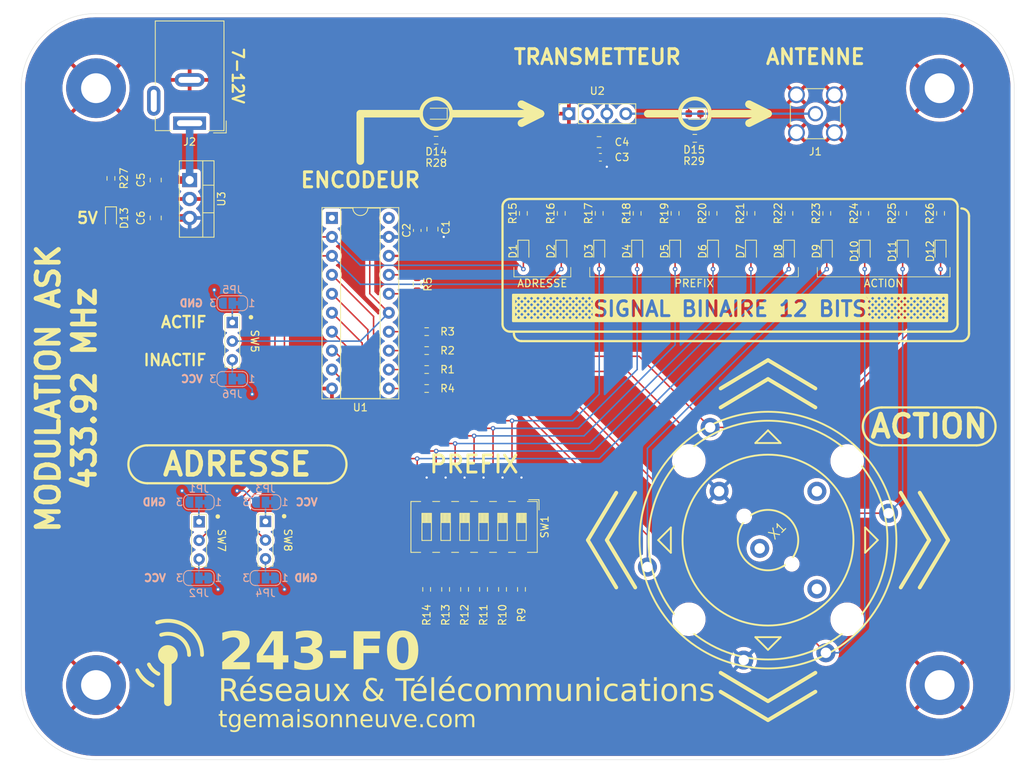
<source format=kicad_pcb>
(kicad_pcb (version 20240108) (generator "pcbnew") (generator_version "8.0")
  (layers (0 "F.Cu" signal) (31 "B.Cu" signal) (34 "B.Paste" user) (35 "F.Paste" user) (36 "B.SilkS" user "B.Silkscreen") (37 "F.SilkS" user "F.Silkscreen") (38 "B.Mask" user) (39 "F.Mask" user) (44 "Edge.Cuts" user))
  (net 0 "")
  (net 1 "GND")
  (net 2 "VCC")
  (net 3 "/A0")
  (net 4 "Net-(D1-K)")
  (net 5 "Net-(D2-K)")
  (net 6 "/A1")
  (net 7 "/A2")
  (net 8 "Net-(D3-K)")
  (net 9 "Net-(D4-K)")
  (net 10 "/A3")
  (net 11 "/A4")
  (net 12 "Net-(D5-K)")
  (net 13 "Net-(D6-K)")
  (net 14 "/A5")
  (net 15 "Net-(D7-K)")
  (net 16 "/A6")
  (net 17 "Net-(D8-K)")
  (net 18 "/A7")
  (net 19 "Net-(D9-K)")
  (net 20 "/D0")
  (net 21 "/D1")
  (net 22 "Net-(D10-K)")
  (net 23 "/D2")
  (net 24 "Net-(D11-K)")
  (net 25 "Net-(D12-K)")
  (net 26 "/D3")
  (net 27 "Net-(J1-In)")
  (net 28 "Net-(U1-OSC1)")
  (net 29 "Net-(U1-OSC2)")
  (net 31 "/DOUT")
  (net 33 "Net-(U3-VI)")
  (net 34 "Net-(D13-K)")
  (net 35 "Net-(D14-K)")
  (net 36 "/~{TE}")
  (net 37 "Net-(D15-K)")
  (net 41 "Net-(JP1-C)")
  (net 42 "Net-(JP2-C)")
  (net 43 "Net-(JP3-C)")
  (net 44 "Net-(JP4-C)")
  (net 45 "Net-(JP5-C)")
  (net 46 "Net-(JP6-C)")
  (footprint "Resistor_SMD:R_0603_1608Metric_Pad0.98x0.95mm_HandSolder" (layer "F.Cu") (at 209.804 71.7785 90)
    (property "Reference" "R22")
    (property "Value" "330")
  )
  (footprint "Resistor_SMD:R_0603_1608Metric_Pad0.98x0.95mm_HandSolder" (layer "F.Cu") (at 161.29 122.174 90)
    (property "Reference" "R14")
    (property "Value" "10k")
  )
  (footprint "Resistor_SMD:R_0603_1608Metric_Pad0.98x0.95mm_HandSolder" (layer "F.Cu") (at 194.564 71.7785 90)
    (property "Reference" "R19")
    (property "Value" "330")
  )
  (footprint "Resistor_SMD:R_0603_1608Metric_Pad0.98x0.95mm_HandSolder" (layer "F.Cu") (at 160.02 81.28 -90)
    (property "Reference" "R5")
    (property "Value" "1.1M")
  )
  (footprint "Resistor_SMD:R_0603_1608Metric_Pad0.98x0.95mm_HandSolder" (layer "F.Cu") (at 162.56 61.976 180)
    (property "Reference" "R28")
    (property "Value" "330")
  )
  (footprint "LED_SMD:LED_0603_1608Metric" (layer "F.Cu") (at 184.404 76.8585 -90)
    (property "Reference" "D3")
    (property "Value" "LED")
  )
  (footprint "Resistor_SMD:R_0603_1608Metric_Pad0.98x0.95mm_HandSolder" (layer "F.Cu") (at 166.37 122.174 90)
    (property "Reference" "R12")
    (property "Value" "10k")
  )
  (footprint "Resistor_SMD:R_0603_1608Metric_Pad0.98x0.95mm_HandSolder" (layer "F.Cu") (at 219.964 71.7785 90)
    (property "Reference" "R24")
    (property "Value" "330")
  )
  (footprint "LED_SMD:LED_0603_1608Metric" (layer "F.Cu") (at 162.56 58.42 180)
    (property "Reference" "D14")
    (property "Value" "LED")
  )
  (footprint "Button_Switch_SMD:SW_DIP_SPSTx06_Slide_6.7x16.8mm_W8.61mm_P2.54mm_LowProfile" (layer "F.Cu") (at 167.64 113.805 -90)
    (property "Reference" "SW1")
    (property "Value" "SW_DIP_x06")
  )
  (footprint "Resistor_SMD:R_0603_1608Metric_Pad0.98x0.95mm_HandSolder" (layer "F.Cu") (at 197.2075 61.722 180)
    (property "Reference" "R29")
    (property "Value" "330")
  )
  (footprint "Connector_PinSocket_2.54mm:PinSocket_1x04_P2.54mm_Vertical" (layer "F.Cu") (at 180.34 58.42 90)
    (property "Reference" "U2")
    (property "Value" "TLP-434")
  )
  (footprint "Resistor_SMD:R_0603_1608Metric_Pad0.98x0.95mm_HandSolder" (layer "F.Cu") (at 199.644 71.7785 90)
    (property "Reference" "R20")
    (property "Value" "330")
  )
  (footprint "Resistor_SMD:R_0603_1608Metric_Pad0.98x0.95mm_HandSolder" (layer "F.Cu") (at 174.244 71.7785 90)
    (property "Reference" "R15")
    (property "Value" "330")
  )
  (footprint "Library:ENCODER_ANO" (layer "F.Cu") (at 207.01 115.57 45)
    (property "Reference" "X1")
    (property "Value" "ENCODER_ANO")
  )
  (footprint "LED_SMD:LED_0603_1608Metric" (layer "F.Cu") (at 214.884 76.8585 -90)
    (property "Reference" "D9")
    (property "Value" "LED")
  )
  (footprint "Resistor_SMD:R_0603_1608Metric_Pad0.98x0.95mm_HandSolder" (layer "F.Cu") (at 204.724 71.7785 90)
    (property "Reference" "R21")
    (property "Value" "330")
  )
  (footprint "Resistor_SMD:R_0603_1608Metric_Pad0.98x0.95mm_HandSolder" (layer "F.Cu") (at 225.044 71.7785 90)
    (property "Reference" "R25")
    (property "Value" "330")
  )
  (footprint "Resistor_SMD:R_0603_1608Metric_Pad0.98x0.95mm_HandSolder" (layer "F.Cu") (at 161.29 95.25)
    (property "Reference" "R4")
    (property "Value" "10k")
  )
  (footprint "MountingHole:MountingHole_4mm_Pad" (layer "F.Cu") (at 117 55)
    (property "Reference" "H1" (hide yes))
    (property "Value" "MountingHole_Pad")
  )
  (footprint "Resistor_SMD:R_0603_1608Metric_Pad0.98x0.95mm_HandSolder" (layer "F.Cu") (at 184.404 71.7785 90)
    (property "Reference" "R17")
    (property "Value" "330")
  )
  (footprint "LED_SMD:LED_0603_1608Metric" (layer "F.Cu") (at 189.484 76.8585 -90)
    (property "Reference" "D4")
    (property "Value" "LED")
  )
  (footprint "Capacitor_SMD:C_0603_1608Metric_Pad1.08x0.95mm_HandSolder" (layer "F.Cu") (at 184.5575 64.262 180)
    (property "Reference" "C3")
    (property "Value" "100n")
  )
  (footprint "Resistor_SMD:R_0603_1608Metric_Pad0.98x0.95mm_HandSolder" (layer "F.Cu") (at 119 67.0875 90)
    (property "Reference" "R27")
    (property "Value" "330")
  )
  (footprint "LED_SMD:LED_0603_1608Metric" (layer "F.Cu") (at 179.324 76.8585 -90)
    (property "Reference" "D2")
    (property "Value" "LED")
  )
  (footprint "Library:EG1218" (layer "F.Cu") (at 135.255 88.9 -90)
    (property "Reference" "SW5")
    (property "Value" "SW_SPDT")
  )
  (footprint "Resistor_SMD:R_0603_1608Metric_Pad0.98x0.95mm_HandSolder" (layer "F.Cu") (at 161.29 87.63)
    (property "Reference" "R3")
    (property "Value" "10k")
  )
  (footprint "Package_DIP:DIP-20_W7.62mm_Socket" (layer "F.Cu") (at 148.6 72.395)
    (property "Reference" "U1")
    (property "Value" "HT12E")
  )
  (footprint "Library:EG1218" (layer "F.Cu") (at 139.7 115.57 -90)
    (property "Reference" "SW8")
    (property "Value" "SW_SPDT")
  )
  (footprint "LED_SMD:LED_0603_1608Metric" (layer "F.Cu") (at 174.244 76.8585 -90)
    (property "Reference" "D1")
    (property "Value" "LED")
  )
  (footprint "Resistor_SMD:R_0603_1608Metric_Pad0.98x0.95mm_HandSolder" (layer "F.Cu") (at 179.324 71.7785 90)
    (property "Reference" "R16")
    (property "Value" "330")
  )
  (footprint "Resistor_SMD:R_0603_1608Metric_Pad0.98x0.95mm_HandSolder" (layer "F.Cu") (at 168.91 122.174 90)
    (property "Reference" "R11")
    (property "Value" "10k")
  )
  (footprint "Connector_BarrelJack:BarrelJack_Wuerth_6941xx301002" (layer "F.Cu") (at 129.54 59.69 180)
    (property "Reference" "J2")
    (property "Value" "Jack-DC")
  )
  (footprint "Capacitor_SMD:C_0805_2012Metric_Pad1.18x1.45mm_HandSolder" (layer "F.Cu") (at 162.062 73.8925 90)
    (property "Reference" "C1")
    (property "Value" "10u")
  )
  (footprint "LED_SMD:LED_0603_1608Metric" (layer "F.Cu") (at 225.044 76.8585 -90)
    (property "Reference" "D11")
    (property "Value" "LED")
  )
  (footprint "Resistor_SMD:R_0603_1608Metric_Pad0.98x0.95mm_HandSolder" (layer "F.Cu") (at 161.29 90.17)
    (property "Reference" "R2")
    (property "Value" "10k")
  )
  (footprint "Capacitor_SMD:C_0805_2012Metric_Pad1.18x1.45mm_HandSolder" (layer "F.Cu") (at 125 72.39 90)
    (property "Reference" "C6")
    (property "Value" "10u")
  )
  (footprint "LED_SMD:LED_0603_1608Metric" (layer "F.Cu") (at 219.964 76.8585 -90)
    (property "Reference" "D10")
    (property "Value" "LED")
  )
  (footprint "Resistor_SMD:R_0603_1608Metric_Pad0.98x0.95mm_HandSolder" (layer "F.Cu") (at 161.29 92.71)
    (property "Reference" "R1")
    (property "Value" "10k")
  )
  (footprint "MountingHole:MountingHole_4mm_Pad" (layer "F.Cu") (at 230 55)
    (property "Reference" "H2" (hide yes))
    (property "Value" "MountingHole_Pad")
  )
  (footprint "Capacitor_SMD:C_0805_2012Metric_Pad1.18x1.45mm_HandSolder" (layer "F.Cu") (at 184.3825 62.23 180)
    (property "Reference" "C4")
    (property "Value" "10u")
  )
  (footprint "Resistor_SMD:R_0603_1608Metric_Pad0.98x0.95mm_HandSolder" (layer "F.Cu") (at 214.884 71.7785 90)
    (property "Reference" "R23")
    (property "Value" "330")
  )
  (footprint "Resistor_SMD:R_0603_1608Metric_Pad0.98x0.95mm_HandSolder" (layer "F.Cu") (at 171.45 122.174 90)
    (property "Reference" "R10")
    (property "Value" "10k")
  )
  (footprint "LED_SMD:LED_0603_1608Metric" (layer "F.Cu") (at 204.724 76.8585 -90)
    (property "Reference" "D7")
    (property "Value" "LED")
  )
  (footprint "MountingHole:MountingHole_4mm_Pad" (layer "F.Cu") (at 117 135)
    (property "Reference" "H4" (hide yes))
    (property "Value" "MountingHole_Pad")
  )
  (footprint "LED_SMD:LED_0603_1608Metric" (layer "F.Cu") (at 194.564 76.8585 -90)
    (property "Reference" "D5")
    (property "Value" "LED")
  )
  (footprint "Capacitor_SMD:C_0603_1608Metric_Pad1.08x0.95mm_HandSolder" (layer "F.Cu") (at 160.03 74.0675 90)
    (property "Reference" "C2")
    (property "Value" "100n")
  )
  (footprint "LED_SMD:LED_0603_1608Metric" (layer "F.Cu") (at 199.644 76.8585 -90)
    (property "Reference" "D6")
    (property "Value" "LED")
  )
  (footprint "Connector_Coaxial:SMA_Amphenol_901-144_Vertical" (layer "F.Cu") (at 213.36 58.42)
    (property "Reference" "J1")
    (property "Value" "Conn_Coaxial")
  )
  (footprint "LED_SMD:LED_0603_1608Metric" (layer "F.Cu") (at 197.182 58.42 180)
    (property "Reference" "D15")
    (property "Value" "LED")
  )
  (footprint "Resistor_SMD:R_0603_1608Metric_Pad0.98x0.95mm_HandSolder" (layer "F.Cu") (at 163.83 122.174 90)
    (property "Reference" "R13")
    (property "Value" "10k")
  )
  (footprint "MountingHole:MountingHole_4mm_Pad" (layer "F.Cu") (at 230 135)
    (property "Reference" "H3" (hide yes))
    (property "Value" "MountingHole_Pad")
  )
  (footprint "LED_SMD:LED_0603_1608Metric" (layer "F.Cu") (at 119 72.39 -90)
    (property "Reference" "D13")
    (property "Value" "LED")
  )
  (footprint "Capacitor_SMD:C_0805_2012Metric_Pad1.18x1.45mm_HandSolder" (layer "F.Cu") (at 125 67.31 -90)
    (property "Reference" "C5")
    (property "Value" "10u")
  )
  (footprint "LED_SMD:LED_0603_1608Metric" (layer "F.Cu") (at 230.124 76.8585 -90)
    (property "Reference" "D12")
    (property "Value" "LED")
  )
  (footprint "Resistor_SMD:R_0603_1608Metric_Pad0.98x0.95mm_HandSolder" (layer "F.Cu") (at 230.124 71.7785 90)
    (property "Reference" "R26")
    (property "Value" "330")
  )
  (footprint "Resistor_SMD:R_0603_1608Metric_Pad0.98x0.95mm_HandSolder" (layer "F.Cu") (at 189.484 71.7785 90)
    (property "Reference" "R18")
    (property "Value" "330")
  )
  (footprint "Resistor_SMD:R_0603_1608Metric_Pad0.98x0.95mm_HandSolder" (layer "F.Cu") (at 173.99 122.174 90)
    (property "Reference" "R9")
    (property "Value" "10k")
  )
  (footprint "Library:EG1218" (layer "F.Cu") (at 130.81 115.61 -90)
    (property "Reference" "SW7")
    (property "Value" "SW_SPDT")
  )
  (footprint "Package_TO_SOT_THT:TO-220-3_Vertical" (layer "F.Cu") (at 129.54 67.31 -90)
    (property "Reference" "U3")
    (property "Value" "LM7805_TO220")
  )
  (footprint "LED_SMD:LED_0603_1608Metric" (layer "F.Cu") (at 209.804 76.8585 -90)
    (property "Reference" "D8")
    (property "Value" "LED")
  )
  (footprint "Jumper:SolderJumper-3_P1.3mm_Bridged12_RoundedPad1.0x1.5mm_NumberLabels" (layer "B.Cu") (at 135.255 83.82 180)
    (property "Reference" "JP5")
    (property "Value" "SolderJumper_3_Bridged12")
  )
  (footprint "Jumper:SolderJumper-3_P1.3mm_Bridged12_RoundedPad1.0x1.5mm_NumberLabels" (layer "B.Cu") (at 139.7 120.65 180)
    (property "Reference" "JP4")
    (property "Value" "SolderJumper_3_Bridged12")
  )
  (footprint "Jumper:SolderJumper-3_P1.3mm_Bridged12_RoundedPad1.0x1.5mm_NumberLabels" (layer "B.Cu") (at 135.255 93.98 180)
    (property "Reference" "JP6")
    (property "Value" "SolderJumper_3_Bridged12")
  )
  (footprint "Jumper:SolderJumper-3_P1.3mm_Bridged12_RoundedPad1.0x1.5mm_NumberLabels" (layer "B.Cu") (at 139.7 110.49 180)
    (property "Reference" "JP3")
    (property "Value" "SolderJumper_3_Bridged12")
  )
  (footprint "Jumper:SolderJumper-3_P1.3mm_Bridged12_RoundedPad1.0x1.5mm_NumberLabels" (layer "B.Cu") (at 130.78 120.65 180)
    (property "Reference" "JP2")
    (property "Value" "SolderJumper_3_Bridged12")
  )
  (footprint "Jumper:SolderJumper-3_P1.3mm_Bridged12_RoundedPad1.0x1.5mm_NumberLabels" (layer "B.Cu") (at 130.78 110.49 180)
    (property "Reference" "JP1")
    (property "Value" "SolderJumper_3_Bridged12")
  )
  (gr_arc (start 171.45 70.866) (mid 171.74758 70.14758) (end 172.466 69.85) (stroke (width 0.3048)) (layer "F.SilkS"))
  (gr_line (start 126.628026 130.964076) (end 126.628026 137.314076) (stroke (width 1.016)) (layer "F.SilkS"))
  (gr_arc (start 234.95 97.79) (mid 237.49 100.33) (end 234.95 102.87) (stroke (width 0.3048)) (layer "F.SilkS"))
  (gr_line (start 185.42 115.57) (end 189.23 121.92) (stroke (width 0.508)) (layer "F.SilkS"))
  (gr_line (start 182.88 115.57) (end 186.69 121.92) (stroke (width 0.508)) (layer "F.SilkS"))
  (gr_line (start 190.8965 58.42) (end 194.818 58.42) (stroke (width 1.016)) (layer "F.SilkS"))
  (gr_arc (start 172.466 87.63) (mid 171.74758 87.33242) (end 171.45 86.614) (stroke (width 0.3048)) (layer "F.SilkS"))
  (gr_arc (start 123.88 107.95) (mid 121.34 105.41) (end 123.88 102.87) (stroke (width 0.3048)) (layer "F.SilkS"))
  (gr_line (start 207.01 93.98) (end 200.66 97.79) (stroke (width 0.508)) (layer "F.SilkS"))
  (gr_arc (start 232.918 71.12) (mid 233.63642 71.41758) (end 233.934 72.136) (stroke (width 0.3048)) (layer "F.SilkS"))
  (gr_arc (start 222.25 102.87) (mid 219.71 100.33) (end 222.25 97.79) (stroke (width 0.3048)) (layer "F.SilkS"))
  (gr_line (start 224.79 121.92) (end 228.6 115.57) (stroke (width 0.508)) (layer "F.SilkS"))
  (gr_line (start 164.846 58.42) (end 176.53 58.42) (stroke (width 1.016)) (layer "F.SilkS"))
  (gr_line (start 213.614 80.2875) (end 213.614 79.0175) (stroke (width 0.1)) (layer "F.SilkS"))
  (gr_arc (start 125.73 128.27) (mid 128.288489 128.660306) (end 129.467832 130.964076) (stroke (width 0.508)) (layer "F.SilkS"))
  (gr_arc (start 125.358026 133.504076) (mid 124.61998 132.972122) (end 124.088026 132.234076) (stroke (width 0.508)) (layer "F.SilkS"))
  (gr_line (start 148.01 107.95) (end 123.88 107.95) (stroke (width 0.3048)) (layer "F.SilkS"))
  (gr_line (start 186.69 109.22) (end 182.88 115.57) (stroke (width 0.508)) (layer "F.SilkS"))
  (gr_line (start 172.974 80.2875) (end 172.974 79.0175) (stroke (width 0.1)) (layer "F.SilkS"))
  (gr_line (start 199.644 58.42) (end 207.01 58.42) (stroke (width 1.016)) (layer "F.SilkS"))
  (gr_line (start 180.594 80.2875) (end 172.974 80.2875) (stroke (width 0.1)) (layer "F.SilkS"))
  (gr_arc (start 232.41 86.614) (mid 232.11242 87.33242) (end 231.394 87.63) (stroke (width 0.3048)) (layer "F.SilkS"))
  (gr_line (start 213.36 97.79) (end 207.01 93.98) (stroke (width 0.508)) (layer "F.SilkS"))
  (gr_line (start 204.47 57.15) (end 207.01 58.42) (stroke (width 1.016)) (layer "F.SilkS"))
  (gr_line (start 207.01 137.16) (end 213.36 133.35) (stroke (width 0.508)) (layer "F.SilkS"))
  (gr_arc (start 233.934 87.884) (mid 233.63642 88.60242) (end 232.918 88.9) (stroke (width 0.3048)) (layer "F.SilkS"))
  (gr_line (start 183.134 80.2875) (end 183.134 79.0175) (stroke (width 0.1)) (layer "F.SilkS"))
  (gr_line (start 231.394 87.63) (end 172.466 87.63) (stroke (width 0.3048)) (layer "F.SilkS"))
  (gr_line (start 233.934 72.136) (end 233.934 87.884) (stroke (width 0.3048)) (layer "F.SilkS"))
  (gr_line (start 207.01 91.44) (end 200.66 95.25) (stroke (width 0.508)) (layer "F.SilkS"))
  (gr_line (start 231.394 80.2875) (end 213.614 80.2875) (stroke (width 0.1)) (layer "F.SilkS"))
  (gr_line (start 222.25 102.87) (end 234.95 102.87) (stroke (width 0.3048)) (layer "F.SilkS"))
  (gr_arc (start 125.180003 126.620007) (mid 129.305444 127.249357) (end 131.207076 130.964076) (stroke (width 0.508)) (layer "F.SilkS"))
  (gr_line (start 232.41 70.866) (end 232.41 86.614) (stroke (width 0.3048)) (layer "F.SilkS"))
  (gr_line (start 200.66 135.89) (end 207.01 139.7) (stroke (width 0.508)) (layer "F.SilkS"))
  (gr_line (start 171.45 86.614) (end 171.45 70.866) (stroke (width 0.3048)) (layer "F.SilkS"))
  (gr_line (start 231.14 115.57) (end 227.33 109.22) (stroke (width 0.508)) (layer "F.SilkS"))
  (gr_circle (center 162.56 58.42) (end 164.592 58.42) (stroke (width 0.508)) (fill none) (layer "F.SilkS"))
  (gr_line (start 176.53 58.42) (end 173.99 59.69) (stroke (width 1.016)) (layer "F.SilkS"))
  (gr_line (start 211.074 79.0175) (end 211.074 80.2875) (stroke (width 0.1)) (layer "F.SilkS"))
  (gr_line (start 152.4 64.77) (end 152.4 58.42) (stroke (width 1.016)) (layer "F.SilkS"))
  (gr_circle (center 197.2075 58.42) (end 199.2395 58.42) (stroke (width 0.508)) (fill none) (layer "F.SilkS"))
  (gr_line (start 227.33 121.92) (end 231.14 115.57) (stroke (width 0.508)) (layer "F.SilkS"))
  (gr_line (start 207.01 58.42) (end 204.47 59.69) (stroke (width 1.016)) (layer "F.SilkS"))
  (gr_line (start 176.53 58.42) (end 173.99 57.15) (stroke (width 1.016)) (layer "F.SilkS"))
  (gr_arc (start 124.580214 135.059703) (mid 123.390149 134.201953) (end 122.532399 133.011888) (stroke (width 0.508)) (layer "F.SilkS"))
  (gr_line (start 172.466 69.85) (end 231.394 69.85) (stroke (width 0.3048)) (layer "F.SilkS"))
  (gr_line (start 231.394 79.0175) (end 231.394 80.2875) (stroke (width 0.1)) (layer "F.SilkS"))
  (gr_line (start 180.594 79.0175) (end 180.594 80.2875) (stroke (width 0.1)) (layer "F.SilkS"))
  (gr_line (start 232.918 88.9) (end 173.99 88.9) (stroke (width 0.3048)) (layer "F.SilkS"))
  (gr_circle (center 126.628026 130.964076) (end 127.898026 130.964076) (stroke (width 0.1)) (fill solid) (layer "F.SilkS"))
  (gr_line (start 213.36 95.25) (end 207.01 91.44) (stroke (width 0.508)) (layer "F.SilkS"))
  (gr_line (start 152.4 58.42) (end 160.274 58.42) (stroke (width 1.016)) (layer "F.SilkS"))
  (gr_line (start 200.66 133.35) (end 207.01 137.16) (stroke (width 0.508)) (layer "F.SilkS"))
  (gr_arc (start 148.01 102.87) (mid 150.55 105.41) (end 148.01 107.95) (stroke (width 0.3048)) (layer "F.SilkS"))
  (gr_line (start 211.074 80.2875) (end 183.134 80.2875) (stroke (width 0.1)) (layer "F.SilkS"))
  (gr_line (start 228.6 115.57) (end 224.79 109.22) (stroke (width 0.508)) (layer "F.SilkS"))
  (gr_line (start 207.01 58.42) (end 204.47 57.15) (stroke (width 1.016)) (layer "F.SilkS"))
  (gr_arc (start 231.394 69.85) (mid 232.11242 70.14758) (end 232.41 70.866) (stroke (width 0.3048)) (layer "F.SilkS"))
  (gr_line (start 207.01 139.7) (end 213.36 135.89) (stroke (width 0.508)) (layer "F.SilkS"))
  (gr_line (start 222.25 97.79) (end 234.95 97.79) (stroke (width 0.3048)) (layer "F.SilkS"))
  (gr_arc (start 173.99 88.9) (mid 173.27158 88.60242) (end 172.974 87.884) (stroke (width 0.3048)) (layer "F.SilkS"))
  (gr_line (start 173.99 57.15) (end 176.53 58.42) (stroke (width 1.016)) (layer "F.SilkS"))
  (gr_line (start 123.88 102.87) (end 148.01 102.87) (stroke (width 0.3048)) (layer "F.SilkS"))
  (gr_line (start 189.23 109.22) (end 185.42 115.57) (stroke (width 0.508)) (layer "F.SilkS"))
  (gr_arc (start 230 45) (mid 237.071068 47.928932) (end 240 55) (stroke (width 0.05)) (layer "Edge.Cuts"))
  (gr_line (start 116.98 45) (end 230 45) (stroke (width 0.05)) (layer "Edge.Cuts"))
  (gr_line (start 106.98 135) (end 106.98 55) (stroke (width 0.05)) (layer "Edge.Cuts"))
  (gr_arc (start 116.98 145) (mid 109.908932 142.071068) (end 106.98 135) (stroke (width 0.05)) (layer "Edge.Cuts"))
  (gr_line (start 240 55) (end 240 135) (stroke (width 0.05)) (layer "Edge.Cuts"))
  (gr_line (start 230 145) (end 116.98 145) (stroke (width 0.05)) (layer "Edge.Cuts"))
  (gr_arc (start 106.98 55) (mid 109.908932 47.928932) (end 116.98 45) (stroke (width 0.05)) (layer "Edge.Cuts"))
  (gr_arc (start 240 135) (mid 237.071068 142.071068) (end 230 145) (stroke (width 0.05)) (layer "Edge.Cuts"))
  (gr_text "VCC" (at 146.812 110.49 0) (layer "B.SilkS") (effects (font (size 1 1) (thickness 0.3) (bold yes)) (justify left mirror)))
  (gr_text "GND" (at 131.445 83.82 0) (layer "B.SilkS") (effects (font (size 1 1) (thickness 0.3) (bold yes)) (justify left mirror)))
  (gr_text "GND" (at 146.812 120.65 0) (layer "B.SilkS") (effects (font (size 1 1) (thickness 0.3) (bold yes)) (justify left mirror)))
  (gr_text "VCC" (at 126.492 120.65 0) (layer "B.SilkS") (effects (font (size 1 1) (thickness 0.3) (bold yes)) (justify left mirror)))
  (gr_text "GND" (at 126.492 110.49 0) (layer "B.SilkS") (effects (font (size 1 1) (thickness 0.3) (bold yes)) (justify left mirror)))
  (gr_text "VCC" (at 131.445 93.98 0) (layer "B.SilkS") (effects (font (size 1 1) (thickness 0.3) (bold yes)) (justify left mirror)))
  (gr_text "ACTION" (at 222.504 81.153 0) (layer "F.SilkS") (effects (font (size 1.016 1.016) (thickness 0.1524))))
  (gr_text "5V" (at 114.3 72.39 0) (layer "F.SilkS") (effects (font (size 1.5 1.5) (thickness 0.3) (bold yes)) (justify left)))
  (gr_text "TRANSMETTEUR" (at 184.15 50.8 0) (layer "F.SilkS") (effects (font (size 2 2) (thickness 0.4) (bold yes))))
  (gr_text "MODULATION ASK\n433.92 MHz" (at 113.03 95.25 90) (layer "F.SilkS") (effects (font (size 3 3) (thickness 0.625) (bold yes))))
  (gr_text "INACTIF" (at 131.953 91.44 0) (layer "F.SilkS") (effects (font (size 1.524 1.524) (thickness 0.3048) (bold yes)) (justify right)))
  (gr_text "ACTIF" (at 131.953 86.36 0) (layer "F.SilkS") (effects (font (size 1.524 1.524) (thickness 0.3048) (bold yes)) (justify right)))
  (gr_text "ACTION" (at 228.6 100.33 0) (layer "F.SilkS") (effects (font (size 3 3) (thickness 0.6) (bold yes))))
  (gr_text "7-12V" (at 136 53.34 270) (layer "F.SilkS") (effects (font (size 1.5 1.5) (thickness 0.3) (bold yes))))
  (gr_text "ADRESSE" (at 135.89 105.41 0) (layer "F.SilkS") (effects (font (size 3 3) (thickness 0.6) (bold yes))))
  (gr_text "Réseaux & Télécommunications" (at 133.35 135.89 0) (layer "F.SilkS") (effects (font (size 3 3) (thickness 0.375)) (justify left)))
  (gr_text "ENCODEUR" (at 152.41 67.31 0) (layer "F.SilkS") (effects (font (size 2 2) (thickness 0.4) (bold yes))))
  (gr_text "ADRESSE" (at 176.784 81.153 0) (layer "F.SilkS") (effects (font (size 1.016 1.016) (thickness 0.1524))))
  (gr_text "ANTENNE" (at 213.36 50.8 0) (layer "F.SilkS") (effects (font (size 2 2) (thickness 0.4) (bold yes))))
  (gr_text "243-F0" (at 133.35 130.81 0) (layer "F.SilkS") (effects (font (size 5 5) (thickness 0.2) (bold yes)) (justify left)))
  (gr_text " SIGNAL BINAIRE 12 BITS " (at 201.93 84.582 0) (layer "F.SilkS" knockout) (effects (font (size 2 2) (thickness 0.4) (bold yes))))
  (gr_text "tgemaisonneuve.com" (at 133.35 139.7 0) (layer "F.SilkS") (effects (font (size 2.286 2.286) (thickness 0.375)) (justify left)))
  (gr_text "PREFIX" (at 167.64 105.41 0) (layer "F.SilkS") (effects (font (size 2.286 2.286) (thickness 0.381) (bold yes))))
  (gr_text "PREFIX" (at 197.104 81.153 0) (layer "F.SilkS") (effects (font (size 1.016 1.016) (thickness 0.1524))))
  (via (at 132.842 82.042) (size 0.6096) (drill 0.3048) (layers "F.Cu" "B.Cu") (net 1))
  (via (at 135.89 108.966) (size 0.6096) (drill 0.3048) (layers "F.Cu" "B.Cu") (net 1))
  (via (at 142.24 122.174) (size 0.6096) (drill 0.3048) (layers "F.Cu" "B.Cu") (net 1))
  (via (at 133.35 122.174) (size 0.6096) (drill 0.3048) (layers "F.Cu" "B.Cu") (net 1))
  (via (at 128.524 108.966) (size 0.6096) (drill 0.3048) (layers "F.Cu" "B.Cu") (net 1))
  (via (at 137.922 96.012) (size 0.6096) (drill 0.3048) (layers "F.Cu" "B.Cu") (net 1))
  (segment (start 133.35 121.92) (end 133.35 122.174) (width 0.2032) (layer "B.Cu") (net 1))
  (segment (start 138.4 110.49) (end 136.876 108.966) (width 0.2032) (layer "B.Cu") (net 1))
  (segment (start 129.48 109.922) (end 128.524 108.966) (width 0.2032) (layer "B.Cu") (net 1))
  (segment (start 133.955 83.82) (end 132.842 82.707) (width 0.2032) (layer "B.Cu") (net 1))
  (segment (start 129.48 110.49) (end 129.48 109.922) (width 0.2032) (layer "B.Cu") (net 1))
  (segment (start 136.555 93.98) (end 137.922 95.347) (width 0.2032) (layer "B.Cu") (net 1))
  (segment (start 137.922 95.347) (end 137.922 96.012) (width 0.2032) (layer "B.Cu") (net 1))
  (segment (start 142.24 121.89) (end 142.24 122.174) (width 0.2032) (layer "B.Cu") (net 1))
  (segment (start 136.876 108.966) (end 135.89 108.966) (width 0.2032) (layer "B.Cu") (net 1))
  (segment (start 132.842 82.707) (end 132.842 82.042) (width 0.2032) (layer "B.Cu") (net 1))
  (segment (start 141 120.65) (end 142.24 121.89) (width 0.2032) (layer "B.Cu") (net 1))
  (segment (start 132.08 120.65) (end 133.35 121.92) (width 0.2032) (layer "B.Cu") (net 1))
  (segment (start 121.6915 73.1775) (end 121.92 73.406) (width 0.2032) (layer "F.Cu") (net 2))
  (segment (start 126.9785 73.4275) (end 125 73.4275) (width 1.016) (layer "F.Cu") (net 2))
  (segment (start 162.062 74.93) (end 160.03 74.93) (width 0.4064) (layer "F.Cu") (net 2))
  (segment (start 122.428 73.406) (end 122.4495 73.4275) (width 0.2032) (layer "F.Cu") (net 2))
  (segment (start 160.03 74.93) (end 159.512 74.93) (width 0.2032) (layer "F.Cu") (net 2))
  (segment (start 121.92 73.406) (end 122.428 73.406) (width 0.2032) (layer "F.Cu") (net 2))
  (segment (start 163.83 109.5) (end 163.83 107.188) (width 0.2032) (layer "F.Cu") (net 2))
  (segment (start 166.37 109.5) (end 166.37 107.188) (width 0.2032) (layer "F.Cu") (net 2))
  (segment (start 161.29 108.966) (end 161.29 109.5) (width 0.2032) (layer "F.Cu") (net 2))
  (segment (start 185.42 65.532) (end 185.42 64.262) (width 0.4064) (layer "F.Cu") (net 2))
  (segment (start 185.42 64.262) (end 185.42 62.23) (width 0.4064) (layer "F.Cu") (net 2))
  (segment (start 173.99 109.5) (end 173.99 107.188) (width 0.2032) (layer "F.Cu") (net 2))
  (segment (start 168.91 109.5) (end 168.91 107.188) (width 0.2032) (layer "F.Cu") (net 2))
  (segment (start 159.507 74.935) (end 156.22 74.935) (width 0.4064) (layer "F.Cu") (net 2))
  (segment (start 129.54 72.39) (end 128.016 72.39) (width 1.016) (layer "F.Cu") (net 2))
  (segment (start 161.29 109.5) (end 161.29 107.188) (width 0.2032) (layer "F.Cu") (net 2))
  (segment (start 171.45 109.5) (end 171.45 107.188) (width 0.2032) (layer "F.Cu") (net 2))
  (segment (start 119 73.1775) (end 121.6915 73.1775) (width 0.2032) (layer "F.Cu") (net 2))
  (segment (start 128.016 72.39) (end 126.9785 73.4275) (width 1.016) (layer "F.Cu") (net 2))
  (segment (start 162.062 74.93) (end 163.576 74.93) (width 0.4064) (layer "F.Cu") (net 2))
  (segment (start 159.512 74.93) (end 159.507 74.935) (width 0.2032) (layer "F.Cu") (net 2))
  (segment (start 122.4495 73.4275) (end 125 73.4275) (width 0.2032) (layer "F.Cu") (net 2))
  (segment (start 185.42 62.23) (end 185.42 58.42) (width 0.4064) (layer "F.Cu") (net 2))
  (via (at 173.99 107.188) (size 0.6096) (drill 0.3048) (layers "F.Cu" "B.Cu") (net 2))
  (via (at 161.29 107.188) (size 0.6096) (drill 0.3048) (layers "F.Cu" "B.Cu") (net 2))
  (via (at 171.45 107.188) (size 0.6096) (drill 0.3048) (layers "F.Cu" "B.Cu") (net 2))
  (via (at 163.83 107.188) (size 0.6096) (drill 0.3048) (layers "F.Cu" "B.Cu") (net 2))
  (via (at 166.37 107.188) (size 0.6096) (drill 0.3048) (layers "F.Cu" "B.Cu") (net 2))
  (via (at 168.91 107.188) (size 0.6096) (drill 0.3048) (layers "F.Cu" "B.Cu") (net 2))
  (via (at 185.42 65.532) (size 0.6096) (drill 0.3048) (layers "F.Cu" "B.Cu") (net 2))
  (via (at 163.576 74.93) (size 0.6096) (drill 0.3048) (layers "F.Cu" "B.Cu") (net 2))
  (segment (start 144.775 74.935) (end 148.6 74.935) (width 0.2032) (layer "F.Cu") (net 3))
  (segment (start 140.97 105.45) (end 140.97 78.74) (width 0.2032) (layer "F.Cu") (net 3))
  (segment (start 130.81 115.61) (end 140.97 105.45) (width 0.2032) (layer "F.Cu") (net 3))
  (segment (start 140.97 78.74) (end 144.775 74.935) (width 0.2032) (layer "F.Cu") (net 3))
  (segment (start 174.244 77.646) (end 174.244 79.248) (width 0.2032) (layer "F.Cu") (net 3))
  (via (at 174.244 79.248) (size 0.6096) (drill 0.3048) (layers "F.Cu" "B.Cu") (net 3))
  (segment (start 148.6 74.935) (end 152.405 78.74) (width 0.2032) (layer "B.Cu") (net 3))
  (segment (start 173.736 78.74) (end 174.244 79.248) (width 0.2032) (layer "B.Cu") (net 3))
  (segment (start 152.405 78.74) (end 173.736 78.74) (width 0.2032) (layer "B.Cu") (net 3))
  (segment (start 174.244 72.691) (end 174.244 76.071) (width 0.2032) (layer "F.Cu") (net 4))
  (segment (start 179.324 72.691) (end 179.324 76.071) (width 0.2032) (layer "F.Cu") (net 5))
  (segment (start 144.775 77.475) (end 148.6 77.475) (width 0.2032) (layer "F.Cu") (net 6))
  (segment (start 139.7 115.57) (end 137.16 113.03) (width 0.2032) (layer "F.Cu") (net 6))
  (segment (start 179.324 77.646) (end 179.324 79.248) (width 0.2032) (layer "F.Cu") (net 6))
  (segment (start 137.16 113.03) (end 137.16 110.49) (width 0.2032) (layer "F.Cu") (net 6))
  (segment (start 142.24 80.01) (end 144.775 77.475) (width 0.2032) (layer "F.Cu") (net 6))
  (segment (start 137.16 110.49) (end 142.24 105.41) (width 0.2032) (layer "F.Cu") (net 6))
  (segment (start 142.24 105.41) (end 142.24 80.01) (width 0.2032) (layer "F.Cu") (net 6))
  (via (at 179.324 79.248) (size 0.6096) (drill 0.3048) (layers "F.Cu" "B.Cu") (net 6))
  (segment (start 148.6 77.475) (end 152.4 81.275) (width 0.2032) (layer "B.Cu") (net 6))
  (segment (start 152.4 81.275) (end 152.4 81.28) (width 0.2032) (layer "B.Cu") (net 6))
  (segment (start 152.4 81.28) (end 177.292 81.28) (width 0.2032) (layer "B.Cu") (net 6))
  (segment (start 177.292 81.28) (end 179.324 79.248) (width 0.2032) (layer "B.Cu") (net 6))
  (segment (start 173.99 118.11) (end 173.99 114.808) (width 0.2032) (layer "F.Cu") (net 7))
  (segment (start 184.404 77.646) (end 184.404 79.248) (width 0.2032) (layer "F.Cu") (net 7))
  (segment (start 158.496 99.568) (end 154.178 95.25) (width 0.2032) (layer "F.Cu") (net 7))
  (segment (start 173.99 114.808) (end 172.72 113.538) (width 0.2032) (layer "F.Cu") (net 7))
  (segment (start 154.178 85.593) (end 148.6 80.015) (width 0.2032) (layer "F.Cu") (net 7))
  (segment (start 172.72 113.538) (end 172.72 99.568) (width 0.2032) (layer "F.Cu") (net 7))
  (segment (start 154.178 95.25) (end 154.178 85.593) (width 0.2032) (layer "F.Cu") (net 7))
  (segment (start 173.99 121.2615) (end 173.99 118.11) (width 0.2032) (layer "F.Cu") (net 7))
  (segment (start 172.72 99.568) (end 158.496 99.568) (width 0.2032) (layer "F.Cu") (net 7))
  (via (at 172.72 99.568) (size 0.6096) (drill 0.3048) (layers "F.Cu" "B.Cu") (net 7))
  (via (at 184.404 79.248) (size 0.6096) (drill 0.3048) (layers "F.Cu" "B.Cu") (net 7))
  (segment (start 180.848 99.568) (end 184.404 96.012) (width 0.2032) (layer "B.Cu") (net 7))
  (segment (start 172.72 99.568) (end 180.848 99.568) (width 0.2032) (layer "B.Cu") (net 7))
  (segment (start 184.404 96.012) (end 184.404 79.248) (width 0.2032) (layer "B.Cu") (net 7))
  (segment (start 184.404 72.691) (end 184.404 76.071) (width 0.2032) (layer "F.Cu") (net 8))
  (segment (start 189.484 72.691) (end 189.484 76.071) (width 0.2032) (layer "F.Cu") (net 9))
  (segment (start 189.484 77.646) (end 189.484 79.248) (width 0.2032) (layer "F.Cu") (net 10))
  (segment (start 171.45 118.11) (end 171.45 114.808) (width 0.2032) (layer "F.Cu") (net 10))
  (segment (start 170.18 113.538) (end 170.18 100.584) (width 0.2032) (layer "F.Cu") (net 10))
  (segment (start 153.416 87.371) (end 148.6 82.555) (width 0.2032) (layer "F.Cu") (net 10))
  (segment (start 171.45 114.808) (end 170.18 113.538) (width 0.2032) (layer "F.Cu") (net 10))
  (segment (start 158.623 100.584) (end 153.416 95.377) (width 0.2032) (layer "F.Cu") (net 10))
  (segment (start 153.416 95.377) (end 153.416 87.371) (width 0.2032) (layer "F.Cu") (net 10))
  (segment (start 171.45 121.2615) (end 171.45 118.11) (width 0.2032) (layer "F.Cu") (net 10))
  (segment (start 170.18 100.584) (end 158.623 100.584) (width 0.2032) (layer "F.Cu") (net 10))
  (via (at 170.18 100.584) (size 0.6096) (drill 0.3048) (layers "F.Cu" "B.Cu") (net 10))
  (via (at 189.484 79.248) (size 0.6096) (drill 0.3048) (layers "F.Cu" "B.Cu") (net 10))
  (segment (start 181.61 100.584) (end 189.484 92.71) (width 0.2032) (layer "B.Cu") (net 10))
  (segment (start 170.18 100.584) (end 181.61 100.584) (width 0.2032) (layer "B.Cu") (net 10))
  (segment (start 189.484 92.71) (end 189.484 79.248) (width 0.2032) (layer "B.Cu") (net 10))
  (segment (start 168.91 118.11) (end 168.91 114.808) (width 0.2032) (layer "F.Cu") (net 11))
  (segment (start 152.654 95.504) (end 152.654 89.154) (width 0.2032) (layer "F.Cu") (net 11))
  (segment (start 168.91 114.808) (end 167.64 113.538) (width 0.2032) (layer "F.Cu") (net 11))
  (segment (start 152.654 89.154) (end 148.6 85.1) (width 0.2032) (layer "F.Cu") (net 11))
  (segment (start 158.75 101.6) (end 152.654 95.504) (width 0.2032) (layer "F.Cu") (net 11))
  (segment (start 194.564 77.646) (end 194.564 79.248) (width 0.2032) (layer "F.Cu") (net 11))
  (segment (start 168.91 121.2615) (end 168.91 118.11) (width 0.2032) (layer "F.Cu") (net 11))
  (segment (start 167.64 113.538) (end 167.64 101.6) (width 0.2032) (layer "F.Cu") (net 11))
  (segment (start 148.6 85.1) (end 148.6 85.095) (width 0.2032) (layer "F.Cu") (net 11))
  (segment (start 167.64 101.6) (end 158.75 101.6) (width 0.2032) (layer "F.Cu") (net 11))
  (via (at 167.64 101.6) (size 0.6096) (drill 0.3048) (layers "F.Cu" "B.Cu") (net 11))
  (via (at 194.564 79.248) (size 0.6096) (drill 0.3048) (layers "F.Cu" "B.Cu") (net 11))
  (segment (start 182.372 101.6) (end 194.564 89.408) (width 0.2032) (layer "B.Cu") (net 11))
  (segment (start 167.64 101.6) (end 182.372 101.6) (width 0.2032) (layer "B.Cu") (net 11))
  (segment (start 194.564 89.408) (end 194.564 79.248) (width 0.2032) (layer "B.Cu") (net 11))
  (segment (start 194.564 72.691) (end 194.564 76.071) (width 0.2032) (layer "F.Cu") (net 12))
  (segment (start 199.644 72.691) (end 199.644 76.071) (width 0.2032) (layer "F.Cu") (net 13))
  (segment (start 151.892 90.932) (end 148.6 87.64) (width 0.2032) (layer "F.Cu") (net 14))
  (segment (start 199.644 77.646) (end 199.644 79.248) (width 0.2032) (layer "F.Cu") (net 14))
  (segment (start 166.37 118.11) (end 166.37 114.808) (width 0.2032) (layer "F.Cu") (net 14))
  (segment (start 159.014773 102.626773) (end 151.892 95.504) (width 0.2032) (layer "F.Cu") (net 14))
  (segment (start 148.6 87.64) (end 148.6 87.635) (width 0.2032) (layer "F.Cu") (net 14))
  (segment (start 166.37 121.2615) (end 166.37 118.11) (width 0.2032) (layer "F.Cu") (net 14))
  (segment (start 165.1 102.626773) (end 159.014773 102.626773) (width 0.2032) (layer "F.Cu") (net 14))
  (segment (start 151.892 95.504) (end 151.892 90.932) (width 0.2032) (layer "F.Cu") (net 14))
  (segment (start 165.1 113.538) (end 165.1 102.626773) (width 0.2032) (layer "F.Cu") (net 14))
  (segment (start 166.37 114.808) (end 165.1 113.538) (width 0.2032) (layer "F.Cu") (net 14))
  (via (at 165.1 102.626773) (size 0.6096) (drill 0.3048) (layers "F.Cu" "B.Cu") (net 14))
  (via (at 199.644 79.248) (size 0.6096) (drill 0.3048) (layers "F.Cu" "B.Cu") (net 14))
  (segment (start 183.123227 102.626773) (end 199.644 86.106) (width 0.2032) (layer "B.Cu") (net 14))
  (segment (start 199.644 86.106) (end 199.644 79.248) (width 0.2032) (layer "B.Cu") (net 14))
  (segment (start 165.1 102.626773) (end 183.123227 102.626773) (width 0.2032) (layer "B.Cu") (net 14))
  (segment (start 204.724 72.691) (end 204.724 76.071) (width 0.2032) (layer "F.Cu") (net 15))
  (segment (start 163.83 114.808) (end 162.56 113.538) (width 0.2032) (layer "F.Cu") (net 16))
  (segment (start 151.13 95.758) (end 151.13 92.456) (width 0.2032) (layer "F.Cu") (net 16))
  (segment (start 159.004 103.632) (end 151.13 95.758) (width 0.2032) (layer "F.Cu") (net 16))
  (segment (start 151.13 92.456) (end 148.849 90.175) (width 0.2032) (layer "F.Cu") (net 16))
  (segment (start 148.849 90.175) (end 148.6 90.175) (width 0.2032) (layer "F.Cu") (net 16))
  (segment (start 163.83 121.2615) (end 163.83 118.11) (width 0.2032) (layer "F.Cu") (net 16))
  (segment (start 163.83 118.11) (end 163.83 114.808) (width 0.2032) (layer "F.Cu") (net 16))
  (segment (start 162.56 103.632) (end 159.004 103.632) (width 0.2032) (layer "F.Cu") (net 16))
  (segment (start 162.56 113.538) (end 162.56 103.632) (width 0.2032) (layer "F.Cu") (net 16))
  (segment (start 204.724 77.646) (end 204.724 79.248) (width 0.2032) (layer "F.Cu") (net 16))
  (via (at 162.56 103.632) (size 0.6096) (drill 0.3048) (layers "F.Cu" "B.Cu") (net 16))
  (via (at 204.724 79.248) (size 0.6096) (drill 0.3048) (layers "F.Cu" "B.Cu") (net 16))
  (segment (start 204.724 82.55) (end 204.724 79.248) (width 0.2032) (layer "B.Cu") (net 16))
  (segment (start 183.642 103.632) (end 204.724 82.55) (width 0.2032) (layer "B.Cu") (net 16))
  (segment (start 162.56 103.632) (end 183.642 103.632) (width 0.2032) (layer "B.Cu") (net 16))
  (segment (start 209.804 72.691) (end 209.804 76.071) (width 0.2032) (layer "F.Cu") (net 17))
  (segment (start 161.29 114.808) (end 160.02 113.538) (width 0.2032) (layer "F.Cu") (net 18))
  (segment (start 160.02 113.538) (end 160.02 104.648) (width 0.2032) (layer "F.Cu") (net 18))
  (segment (start 148.6 92.715) (end 148.6 92.72) (width 0.2032) (layer "F.Cu") (net 18))
  (segment (start 161.29 121.2615) (end 161.29 118.11) (width 0.2032) (layer "F.Cu") (net 18))
  (segment (start 148.6 92.72) (end 150.368 94.488) (width 0.2032) (layer "F.Cu") (net 18))
  (segment (start 150.368 96.012) (end 159.004 104.648) (width 0.2032) (layer "F.Cu") (net 18))
  (segment (start 150.368 94.488) (end 150.368 96.012) (width 0.2032) (layer "F.Cu") (net 18))
  (segment (start 159.004 104.648) (end 160.02 104.648) (width 0.2032) (layer "F.Cu") (net 18))
  (segment (start 209.804 77.646) (end 209.804 79.248) (width 0.2032) (layer "F.Cu") (net 18))
  (segment (start 161.29 118.11) (end 161.29 114.808) (width 0.2032) (layer "F.Cu") (net 18))
  (via (at 160.02 104.648) (size 0.6096) (drill 0.3048) (layers "F.Cu" "B.Cu") (net 18))
  (via (at 209.804 79.248) (size 0.6096) (drill 0.3048) (layers "F.Cu" "B.Cu") (net 18))
  (segment (start 184.404 104.648) (end 160.02 104.648) (width 0.2032) (layer "B.Cu") (net 18))
  (segment (start 209.804 79.248) (end 184.404 104.648) (width 0.2032) (layer "B.Cu") (net 18))
  (segment (start 214.884 72.691) (end 214.884 76.071) (width 0.2032) (layer "F.Cu") (net 19))
  (segment (start 160.3725 95.255) (end 160.3775 95.25) (width 0.2032) (layer "F.Cu") (net 20))
  (segment (start 173.482 97.536) (end 190.859681 114.913681) (width 0.2032) (layer "F.Cu") (net 20))
  (segment (start 214.884 77.646) (end 214.884 79.248) (width 0.2032) (layer "F.Cu") (net 20))
  (segment (start 156.22 95.255) (end 160.3725 95.255) (width 0.2032) (layer "F.Cu") (net 20))
  (segment (start 160.3775 95.25) (end 160.3775 96.3695) (width 0.2032) (layer "F.Cu") (net 20))
  (segment (start 160.3775 96.3695) (end 161.544 97.536) (width 0.2032) (layer "F.Cu") (net 20))
  (segment (start 161.544 97.536) (end 173.482 97.536) (width 0.2032) (layer "F.Cu") (net 20))
  (segment (start 190.859681 114.913681) (end 190.859681 119.176245) (width 0.2032) (layer "F.Cu") (net 20))
  (via (at 214.884 79.248) (size 0.6096) (drill 0.3048) (layers "F.Cu" "B.Cu") (net 20))
  (segment (start 214.884 79.248) (end 190.859681 103.272319) (width 0.2032) (layer "B.Cu") (net 20))
  (segment (start 190.859681 103.272319) (end 190.859681 119.176245) (width 0.2032) (layer "B.Cu") (net 20))
  (segment (start 156.22 92.715) (end 160.3725 92.715) (width 0.2032) (layer "F.Cu") (net 21))
  (segment (start 160.3725 92.715) (end 160.3775 92.71) (width 0.2032) (layer "F.Cu") (net 21))
  (segment (start 179.336089 95.25) (end 214.75989 130.673801) (width 0.2032) (layer "F.Cu") (net 21))
  (segment (start 161.6475 93.98) (end 166.116 93.98) (width 0.2032) (layer "F.Cu") (net 21))
  (segment (start 167.386 95.25) (end 179.336089 95.25) (width 0.2032) (layer "F.Cu") (net 21))
  (segment (start 160.3775 92.71) (end 161.6475 93.98) (width 0.2032) (layer "F.Cu") (net 21))
  (segment (start 166.116 93.98) (end 167.386 95.25) (width 0.2032) (layer "F.Cu") (net 21))
  (segment (start 219.964 77.646) (end 219.964 79.248) (width 0.2032) (layer "F.Cu") (net 21))
  (via (at 219.964 79.248) (size 0.6096) (drill 0.3048) (layers "F.Cu" "B.Cu") (net 21))
  (segment (start 216.450724 130.673801) (end 214.75989 130.673801) (width 0.2032) (layer "B.Cu") (net 21))
  (segment (start 219.972202 79.256202) (end 219.972202 127.152323) (width 0.2032) (layer "B.Cu") (net 21))
  (segment (start 219.964 79.248) (end 219.972202 79.256202) (width 0.2032) (layer "B.Cu") (net 21))
  (segment (start 219.972202 127.152323) (end 216.450724 130.673801) (width 0.2032) (layer "B.Cu") (net 21))
  (segment (start 219.964 72.691) (end 219.964 76.071) (width 0.2032) (layer "F.Cu") (net 22))
  (segment (start 165.608 89.154) (end 169.418 92.964) (width 0.2032) (layer "F.Cu") (net 23))
  (segment (start 160.3775 90.0665) (end 161.29 89.154) (width 0.2032) (layer "F.Cu") (net 23))
  (segment (start 158.558458 90.175) (end 158.563458 90.17) (width 0.2032) (layer "F.Cu") (net 23))
  (segment (start 225.044 77.646) (end 225.044 79.248) (width 0.2032) (layer "F.Cu") (net 23))
  (segment (start 188.214 92.964) (end 207.213755 111.963755) (width 0.2032) (layer "F.Cu") (net 23))
  (segment (start 160.3775 90.17) (end 160.3775 90.0665) (width 0.2032) (layer "F.Cu") (net 23))
  (segment (start 169.418 92.964) (end 188.214 92.964) (width 0.2032) (layer "F.Cu") (net 23))
  (segment (start 158.558458 90.175) (end 156.22 90.175) (width 0.2032) (layer "F.Cu") (net 23))
  (segment (start 161.29 89.154) (end 165.608 89.154) (width 0.2032) (layer "F.Cu") (net 23))
  (segment (start 207.213755 111.963755) (end 223.160319 111.963755) (width 0.2032) (layer "F.Cu") (net 23))
  (segment (start 158.563458 90.17) (end 160.3775 90.17) (width 0.2032) (layer "F.Cu") (net 23))
  (via (at 225.044 79.248) (size 0.6096) (drill 0.3048) (layers "F.Cu" "B.Cu") (net 23))
  (segment (start 225.044 79.248) (end 225.044 110.080074) (width 0.2032) (layer "B.Cu") (net 23))
  (segment (start 225.044 110.080074) (end 223.160319 111.963755) (width 0.2032) (layer "B.Cu") (net 23))
  (segment (start 225.044 72.691) (end 225.044 76.071) (width 0.2032) (layer "F.Cu") (net 24))
  (segment (start 230.124 72.691) (end 230.124 76.071) (width 0.2032) (layer "F.Cu") (net 25))
  (segment (start 168.148 90.932) (end 189.738 90.932) (width 0.2032) (layer "F.Cu") (net 26))
  (segment (start 192.906955 94.113045) (end 192.906955 94.100955) (width 0.2032) (layer "F.Cu") (net 26))
  (segment (start 156.22 87.635) (end 160.3725 87.635) (width 0.2032) (layer "F.Cu") (net 26))
  (segment (start 193.541955 94.748045) (end 192.906955 94.113045) (width 0.2032) (layer "F.Cu") (net 26))
  (segment (start 192.906955 94.100955) (end 189.738 90.932) (width 0.2032) (layer "F.Cu") (net 26))
  (segment (start 213.223801 100.466199) (end 199.26011 100.466199) (width 0.2032) (layer "F.Cu") (net 26))
  (segment (start 160.3725 87.635) (end 160.3775 87.63) (width 0.2032) (layer "F.Cu") (net 26))
  (segment (start 193.541955 94.748045) (end 199.26011 100.466199) (width 0.2032) (layer "F.Cu") (net 26))
  (segment (start 160.3775 87.63) (end 161.3935 88.646) (width 0.2032) (layer "F.Cu") (net 26))
  (segment (start 161.3935 88.646) (end 165.862 88.646) (width 0.2032) (layer "F.Cu") (net 26))
  (segment (start 165.862 88.646) (end 168.148 90.932) (width 0.2032) (layer "F.Cu") (net 26))
  (segment (start 230.124 77.646) (end 230.124 79.248) (width 0.2032) (layer "F.Cu") (net 26))
  (segment (start 230.124 79.248) (end 230.124 83.566) (width 0.2032) (layer "F.Cu") (net 26))
  (segment (start 230.124 83.566) (end 213.223801 100.466199) (width 0.2032) (layer "F.Cu") (net 26))
  (via (at 230.124 79.248) (size 0.6096) (drill 0.3048) (layers "F.Cu" "B.Cu") (net 26))
  (segment (start 187.96 58.42) (end 213.36 58.42) (width 0.3048) (layer "B.Cu") (net 27))
  (segment (start 158.496 80.01) (end 158.491 80.015) (width 0.2032) (layer "F.Cu") (net 28))
  (segment (start 158.491 80.015) (end 156.22 80.015) (width 0.2032) (layer "F.Cu") (net 28))
  (segment (start 160.02 80.3675) (end 158.8535 80.3675) (width 0.2032) (layer "F.Cu") (net 28))
  (segment (start 158.8535 80.3675) (end 158.496 80.01) (width 0.2032) (layer "F.Cu") (net 28))
  (segment (start 158.496 82.55) (end 158.242 82.55) (width 0.2032) (layer "F.Cu") (net 29))
  (segment (start 160.02 82.1925) (end 158.8535 82.1925) (width 0.2032) (layer "F.Cu") (net 29))
  (segment (start 158.237 82.555) (end 156.22 82.555) (width 0.2032) (layer "F.Cu") (net 29))
  (segment (start 158.242 82.55) (end 158.237 82.555) (width 0.2032) (layer "F.Cu") (net 29))
  (segment (start 158.8535 82.1925) (end 158.496 82.55) (width 0.2032) (layer "F.Cu") (net 29))
  (segment (start 175.768 67.056) (end 170.942 67.056) (width 0.3048) (layer "F.Cu") (net 31))
  (segment (start 182.88 59.944) (end 175.768 67.056) (width 0.3048) (layer "F.Cu") (net 31))
  (segment (start 167.894 70.104) (end 167.894 72.898) (width 0.3048) (layer "F.Cu") (net 31))
  (segment (start 182.88 58.42) (end 182.88 59.944) (width 0.3048) (layer "F.Cu") (net 31))
  (segment (start 170.942 67.056) (end 167.894 70.104) (width 0.3048) (layer "F.Cu") (net 31))
  (segment (start 163.317 77.475) (end 156.22 77.475) (width 0.3048) (layer "F.Cu") (net 31))
  (segment (start 167.894 72.898) (end 163.317 77.475) (width 0.3048) (layer "F.Cu") (net 31))
  (segment (start 129.54 67.31) (end 128.016 67.31) (width 1.016) (layer "F.Cu") (net 33))
  (segment (start 127 66.294) (end 126.238 66.294) (width 1.016) (layer "F.Cu") (net 33))
  (segment (start 126.238 66.294) (end 126.2165 66.2725) (width 1.016) (layer "F.Cu") (net 33))
  (segment (start 128.016 67.31) (end 127 66.294) (width 1.016) (layer "F.Cu") (net 33))
  (segment (start 126.2165 66.2725) (end 125 66.2725) (width 1.016) (layer "F.Cu") (net 33))
  (segment (start 129.54 59.69) (end 129.54 67.31) (width 1.016) (layer "B.Cu") (net 33))
  (segment (start 119 68) (end 119 71.6025) (width 0.2032) (layer "F.Cu") (net 34))
  (segment (start 163.3475 58.42) (end 163.3475 60.4775) (width 0.2032) (layer "F.Cu") (net 35))
  (segment (start 163.4725 60.6025) (end 163.4725 61.976001) (width 0.2032) (layer "F.Cu") (net 35))
  (segment (start 163.3475 60.4775) (end 163.4725 60.6025) (width 0.2032) (layer "F.Cu") (net 35))
  (segment (start 153.67 82.545) (end 156.22 85.095) (width 0.2032) (layer "F.Cu") (net 36))
  (segment (start 156.21 59.944) (end 153.67 62.484) (width 0.2032) (layer "F.Cu") (net 36))
  (segment (start 161.7725 58.42) (end 161.7725 59.4615) (width 0.2032) (layer "F.Cu") (net 36))
  (segment (start 196.3945 56.9485) (end 193.548 54.102) (width 0.2032) (layer "F.Cu") (net 36))
  (segment (start 153.67 62.484) (end 153.67 82.545) (width 0.2032) (layer "F.Cu") (net 36))
  (segment (start 193.548 54.102) (end 164.338 54.102) (width 0.2032) (layer "F.Cu") (net 36))
  (segment (start 164.338 54.102) (end 161.7725 56.6675) (width 0.2032) (layer "F.Cu") (net 36))
  (segment (start 161.7725 59.4615) (end 161.29 59.944) (width 0.2032) (layer "F.Cu") (net 36))
  (segment (start 196.3945 58.42) (end 196.3945 56.9485) (width 0.2032) (layer "F.Cu") (net 36))
  (segment (start 161.29 59.944) (end 156.21 59.944) (width 0.2032) (layer "F.Cu") (net 36))
  (segment (start 161.7725 56.6675) (end 161.7725 58.42) (width 0.2032) (layer "F.Cu") (net 36))
  (segment (start 152.4 88.9) (end 152.4075 88.9075) (width 0.2032) (layer "B.Cu") (net 36))
  (segment (start 135.255 88.9) (end 152.4 88.9) (width 0.2032) (layer "B.Cu") (net 36))
  (segment (start 156.22 85.095) (end 152.4075 88.9075) (width 0.2032) (layer "B.Cu") (net 36))
  (segment (start 197.9695 58.42) (end 197.9695 60.8095) (width 0.2032) (layer "F.Cu") (net 37))
  (segment (start 198.12 60.96) (end 198.12 61.722) (width 0.2032) (layer "F.Cu") (net 37))
  (segment (start 197.9695 60.8095) (end 198.12 60.96) (width 0.2032) (layer "F.Cu") (net 37))
  (segment (start 130.78 110.49) (end 130.78 113.08) (width 0.2032) (layer "B.Cu") (net 41))
  (segment (start 130.78 113.08) (end 130.81 113.11) (width 0.2032) (layer "B.Cu") (net 41))
  (segment (start 130.78 120.65) (end 130.78 118.14) (width 0.2032) (layer "B.Cu") (net 42))
  (segment (start 130.78 118.14) (end 130.81 118.11) (width 0.2032) (layer "B.Cu") (net 42))
  (segment (start 139.7 110.49) (end 139.7 113.07) (width 0.2032) (layer "B.Cu") (net 43))
  (segment (start 139.7 120.65) (end 139.7 118.07) (width 0.2032) (layer "B.Cu") (net 44))
  (segment (start 135.255 86.4) (end 135.255 83.82) (width 0.2032) (layer "B.Cu") (net 45))
  (segment (start 135.255 93.98) (end 135.255 91.4) (width 0.2032) (layer "B.Cu") (net 46))
  (zone (net 1) (net_name "GND") (layer "F.Cu") (connect_pads (clearance 0.5)) (min_thickness 0.25) (fill yes (thermal_gap 0.5) (thermal_bridge_width 0.5))
    (polygon (pts (xy 104.14 43.18) (xy 241.3 43.18) (xy 241.3 147.32) (xy 104.14 147.32)))
  )
  (zone (net 2) (net_name "VCC") (layer "B.Cu") (priority 1) (connect_pads (clearance 0.5)) (min_thickness 0.25) (fill yes (thermal_gap 0.5) (thermal_bridge_width 0.5))
    (polygon (pts (xy 104.14 43.18) (xy 241.3 43.18) (xy 241.3 147.32) (xy 104.14 147.32)))
  )
  (zone (net 0) (net_name "") (layer "F.SilkS") (connect_pads (clearance 0.5)) (min_thickness 0.25) (fill yes (mode hatch) (thermal_gap 0.5) (thermal_bridge_width 0.5) (hatch_thickness 0.3048) (hatch_gap 0.3048) (hatch_orientation 45) (hatch_border_algorithm hatch_thickness) (hatch_min_hole_area 0.3))
    (polygon (pts (xy 172.72 82.55) (xy 231.14 82.55) (xy 231.14 86.36) (xy 172.72 86.36)))
  )
)
</source>
